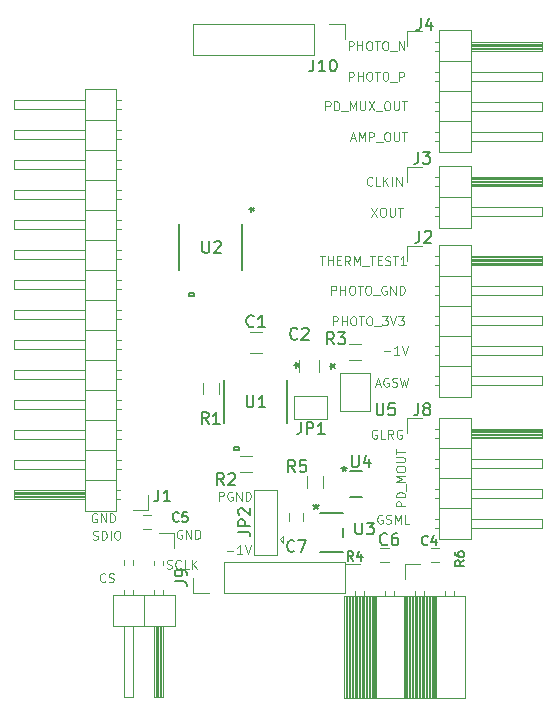
<source format=gto>
G04 #@! TF.GenerationSoftware,KiCad,Pcbnew,(5.1.6-0-10_14)*
G04 #@! TF.CreationDate,2021-04-27T13:26:49+09:00*
G04 #@! TF.ProjectId,qPCR-photosensing,71504352-2d70-4686-9f74-6f73656e7369,rev?*
G04 #@! TF.SameCoordinates,Original*
G04 #@! TF.FileFunction,Legend,Top*
G04 #@! TF.FilePolarity,Positive*
%FSLAX46Y46*%
G04 Gerber Fmt 4.6, Leading zero omitted, Abs format (unit mm)*
G04 Created by KiCad (PCBNEW (5.1.6-0-10_14)) date 2021-04-27 13:26:49*
%MOMM*%
%LPD*%
G01*
G04 APERTURE LIST*
%ADD10C,0.125000*%
%ADD11C,0.152400*%
%ADD12C,0.120000*%
%ADD13C,0.150000*%
G04 APERTURE END LIST*
D10*
X93970714Y-103479285D02*
X93970714Y-102729285D01*
X94256428Y-102729285D01*
X94327857Y-102765000D01*
X94363571Y-102800714D01*
X94399285Y-102872142D01*
X94399285Y-102979285D01*
X94363571Y-103050714D01*
X94327857Y-103086428D01*
X94256428Y-103122142D01*
X93970714Y-103122142D01*
X95113571Y-102765000D02*
X95042142Y-102729285D01*
X94935000Y-102729285D01*
X94827857Y-102765000D01*
X94756428Y-102836428D01*
X94720714Y-102907857D01*
X94685000Y-103050714D01*
X94685000Y-103157857D01*
X94720714Y-103300714D01*
X94756428Y-103372142D01*
X94827857Y-103443571D01*
X94935000Y-103479285D01*
X95006428Y-103479285D01*
X95113571Y-103443571D01*
X95149285Y-103407857D01*
X95149285Y-103157857D01*
X95006428Y-103157857D01*
X95470714Y-103479285D02*
X95470714Y-102729285D01*
X95899285Y-103479285D01*
X95899285Y-102729285D01*
X96256428Y-103479285D02*
X96256428Y-102729285D01*
X96435000Y-102729285D01*
X96542142Y-102765000D01*
X96613571Y-102836428D01*
X96649285Y-102907857D01*
X96685000Y-103050714D01*
X96685000Y-103157857D01*
X96649285Y-103300714D01*
X96613571Y-103372142D01*
X96542142Y-103443571D01*
X96435000Y-103479285D01*
X96256428Y-103479285D01*
X94645714Y-107723571D02*
X95217142Y-107723571D01*
X95967142Y-108009285D02*
X95538571Y-108009285D01*
X95752857Y-108009285D02*
X95752857Y-107259285D01*
X95681428Y-107366428D01*
X95610000Y-107437857D01*
X95538571Y-107473571D01*
X96181428Y-107259285D02*
X96431428Y-108009285D01*
X96681428Y-107259285D01*
X107807142Y-104725000D02*
X107735714Y-104689285D01*
X107628571Y-104689285D01*
X107521428Y-104725000D01*
X107450000Y-104796428D01*
X107414285Y-104867857D01*
X107378571Y-105010714D01*
X107378571Y-105117857D01*
X107414285Y-105260714D01*
X107450000Y-105332142D01*
X107521428Y-105403571D01*
X107628571Y-105439285D01*
X107700000Y-105439285D01*
X107807142Y-105403571D01*
X107842857Y-105367857D01*
X107842857Y-105117857D01*
X107700000Y-105117857D01*
X108128571Y-105403571D02*
X108235714Y-105439285D01*
X108414285Y-105439285D01*
X108485714Y-105403571D01*
X108521428Y-105367857D01*
X108557142Y-105296428D01*
X108557142Y-105225000D01*
X108521428Y-105153571D01*
X108485714Y-105117857D01*
X108414285Y-105082142D01*
X108271428Y-105046428D01*
X108200000Y-105010714D01*
X108164285Y-104975000D01*
X108128571Y-104903571D01*
X108128571Y-104832142D01*
X108164285Y-104760714D01*
X108200000Y-104725000D01*
X108271428Y-104689285D01*
X108450000Y-104689285D01*
X108557142Y-104725000D01*
X108878571Y-105439285D02*
X108878571Y-104689285D01*
X109128571Y-105225000D01*
X109378571Y-104689285D01*
X109378571Y-105439285D01*
X110092857Y-105439285D02*
X109735714Y-105439285D01*
X109735714Y-104689285D01*
X109739285Y-103957142D02*
X108989285Y-103957142D01*
X108989285Y-103671428D01*
X109025000Y-103600000D01*
X109060714Y-103564285D01*
X109132142Y-103528571D01*
X109239285Y-103528571D01*
X109310714Y-103564285D01*
X109346428Y-103600000D01*
X109382142Y-103671428D01*
X109382142Y-103957142D01*
X109739285Y-103207142D02*
X108989285Y-103207142D01*
X108989285Y-103028571D01*
X109025000Y-102921428D01*
X109096428Y-102850000D01*
X109167857Y-102814285D01*
X109310714Y-102778571D01*
X109417857Y-102778571D01*
X109560714Y-102814285D01*
X109632142Y-102850000D01*
X109703571Y-102921428D01*
X109739285Y-103028571D01*
X109739285Y-103207142D01*
X109810714Y-102635714D02*
X109810714Y-102064285D01*
X109739285Y-101885714D02*
X108989285Y-101885714D01*
X109525000Y-101635714D01*
X108989285Y-101385714D01*
X109739285Y-101385714D01*
X108989285Y-100885714D02*
X108989285Y-100742857D01*
X109025000Y-100671428D01*
X109096428Y-100600000D01*
X109239285Y-100564285D01*
X109489285Y-100564285D01*
X109632142Y-100600000D01*
X109703571Y-100671428D01*
X109739285Y-100742857D01*
X109739285Y-100885714D01*
X109703571Y-100957142D01*
X109632142Y-101028571D01*
X109489285Y-101064285D01*
X109239285Y-101064285D01*
X109096428Y-101028571D01*
X109025000Y-100957142D01*
X108989285Y-100885714D01*
X108989285Y-100242857D02*
X109596428Y-100242857D01*
X109667857Y-100207142D01*
X109703571Y-100171428D01*
X109739285Y-100100000D01*
X109739285Y-99957142D01*
X109703571Y-99885714D01*
X109667857Y-99850000D01*
X109596428Y-99814285D01*
X108989285Y-99814285D01*
X108989285Y-99564285D02*
X108989285Y-99135714D01*
X109739285Y-99350000D02*
X108989285Y-99350000D01*
X107342857Y-97525000D02*
X107271428Y-97489285D01*
X107164285Y-97489285D01*
X107057142Y-97525000D01*
X106985714Y-97596428D01*
X106950000Y-97667857D01*
X106914285Y-97810714D01*
X106914285Y-97917857D01*
X106950000Y-98060714D01*
X106985714Y-98132142D01*
X107057142Y-98203571D01*
X107164285Y-98239285D01*
X107235714Y-98239285D01*
X107342857Y-98203571D01*
X107378571Y-98167857D01*
X107378571Y-97917857D01*
X107235714Y-97917857D01*
X108057142Y-98239285D02*
X107700000Y-98239285D01*
X107700000Y-97489285D01*
X108735714Y-98239285D02*
X108485714Y-97882142D01*
X108307142Y-98239285D02*
X108307142Y-97489285D01*
X108592857Y-97489285D01*
X108664285Y-97525000D01*
X108700000Y-97560714D01*
X108735714Y-97632142D01*
X108735714Y-97739285D01*
X108700000Y-97810714D01*
X108664285Y-97846428D01*
X108592857Y-97882142D01*
X108307142Y-97882142D01*
X109450000Y-97525000D02*
X109378571Y-97489285D01*
X109271428Y-97489285D01*
X109164285Y-97525000D01*
X109092857Y-97596428D01*
X109057142Y-97667857D01*
X109021428Y-97810714D01*
X109021428Y-97917857D01*
X109057142Y-98060714D01*
X109092857Y-98132142D01*
X109164285Y-98203571D01*
X109271428Y-98239285D01*
X109342857Y-98239285D01*
X109450000Y-98203571D01*
X109485714Y-98167857D01*
X109485714Y-97917857D01*
X109342857Y-97917857D01*
X107260714Y-93625000D02*
X107617857Y-93625000D01*
X107189285Y-93839285D02*
X107439285Y-93089285D01*
X107689285Y-93839285D01*
X108332142Y-93125000D02*
X108260714Y-93089285D01*
X108153571Y-93089285D01*
X108046428Y-93125000D01*
X107975000Y-93196428D01*
X107939285Y-93267857D01*
X107903571Y-93410714D01*
X107903571Y-93517857D01*
X107939285Y-93660714D01*
X107975000Y-93732142D01*
X108046428Y-93803571D01*
X108153571Y-93839285D01*
X108225000Y-93839285D01*
X108332142Y-93803571D01*
X108367857Y-93767857D01*
X108367857Y-93517857D01*
X108225000Y-93517857D01*
X108653571Y-93803571D02*
X108760714Y-93839285D01*
X108939285Y-93839285D01*
X109010714Y-93803571D01*
X109046428Y-93767857D01*
X109082142Y-93696428D01*
X109082142Y-93625000D01*
X109046428Y-93553571D01*
X109010714Y-93517857D01*
X108939285Y-93482142D01*
X108796428Y-93446428D01*
X108725000Y-93410714D01*
X108689285Y-93375000D01*
X108653571Y-93303571D01*
X108653571Y-93232142D01*
X108689285Y-93160714D01*
X108725000Y-93125000D01*
X108796428Y-93089285D01*
X108975000Y-93089285D01*
X109082142Y-93125000D01*
X109332142Y-93089285D02*
X109510714Y-93839285D01*
X109653571Y-93303571D01*
X109796428Y-93839285D01*
X109975000Y-93089285D01*
X107935714Y-90853571D02*
X108507142Y-90853571D01*
X109257142Y-91139285D02*
X108828571Y-91139285D01*
X109042857Y-91139285D02*
X109042857Y-90389285D01*
X108971428Y-90496428D01*
X108900000Y-90567857D01*
X108828571Y-90603571D01*
X109471428Y-90389285D02*
X109721428Y-91139285D01*
X109971428Y-90389285D01*
X103617857Y-88639285D02*
X103617857Y-87889285D01*
X103903571Y-87889285D01*
X103975000Y-87925000D01*
X104010714Y-87960714D01*
X104046428Y-88032142D01*
X104046428Y-88139285D01*
X104010714Y-88210714D01*
X103975000Y-88246428D01*
X103903571Y-88282142D01*
X103617857Y-88282142D01*
X104367857Y-88639285D02*
X104367857Y-87889285D01*
X104367857Y-88246428D02*
X104796428Y-88246428D01*
X104796428Y-88639285D02*
X104796428Y-87889285D01*
X105296428Y-87889285D02*
X105439285Y-87889285D01*
X105510714Y-87925000D01*
X105582142Y-87996428D01*
X105617857Y-88139285D01*
X105617857Y-88389285D01*
X105582142Y-88532142D01*
X105510714Y-88603571D01*
X105439285Y-88639285D01*
X105296428Y-88639285D01*
X105225000Y-88603571D01*
X105153571Y-88532142D01*
X105117857Y-88389285D01*
X105117857Y-88139285D01*
X105153571Y-87996428D01*
X105225000Y-87925000D01*
X105296428Y-87889285D01*
X105832142Y-87889285D02*
X106260714Y-87889285D01*
X106046428Y-88639285D02*
X106046428Y-87889285D01*
X106653571Y-87889285D02*
X106796428Y-87889285D01*
X106867857Y-87925000D01*
X106939285Y-87996428D01*
X106975000Y-88139285D01*
X106975000Y-88389285D01*
X106939285Y-88532142D01*
X106867857Y-88603571D01*
X106796428Y-88639285D01*
X106653571Y-88639285D01*
X106582142Y-88603571D01*
X106510714Y-88532142D01*
X106475000Y-88389285D01*
X106475000Y-88139285D01*
X106510714Y-87996428D01*
X106582142Y-87925000D01*
X106653571Y-87889285D01*
X107117857Y-88710714D02*
X107689285Y-88710714D01*
X107796428Y-87889285D02*
X108260714Y-87889285D01*
X108010714Y-88175000D01*
X108117857Y-88175000D01*
X108189285Y-88210714D01*
X108225000Y-88246428D01*
X108260714Y-88317857D01*
X108260714Y-88496428D01*
X108225000Y-88567857D01*
X108189285Y-88603571D01*
X108117857Y-88639285D01*
X107903571Y-88639285D01*
X107832142Y-88603571D01*
X107796428Y-88567857D01*
X108475000Y-87889285D02*
X108725000Y-88639285D01*
X108975000Y-87889285D01*
X109153571Y-87889285D02*
X109617857Y-87889285D01*
X109367857Y-88175000D01*
X109475000Y-88175000D01*
X109546428Y-88210714D01*
X109582142Y-88246428D01*
X109617857Y-88317857D01*
X109617857Y-88496428D01*
X109582142Y-88567857D01*
X109546428Y-88603571D01*
X109475000Y-88639285D01*
X109260714Y-88639285D01*
X109189285Y-88603571D01*
X109153571Y-88567857D01*
X103510714Y-86039285D02*
X103510714Y-85289285D01*
X103796428Y-85289285D01*
X103867857Y-85325000D01*
X103903571Y-85360714D01*
X103939285Y-85432142D01*
X103939285Y-85539285D01*
X103903571Y-85610714D01*
X103867857Y-85646428D01*
X103796428Y-85682142D01*
X103510714Y-85682142D01*
X104260714Y-86039285D02*
X104260714Y-85289285D01*
X104260714Y-85646428D02*
X104689285Y-85646428D01*
X104689285Y-86039285D02*
X104689285Y-85289285D01*
X105189285Y-85289285D02*
X105332142Y-85289285D01*
X105403571Y-85325000D01*
X105475000Y-85396428D01*
X105510714Y-85539285D01*
X105510714Y-85789285D01*
X105475000Y-85932142D01*
X105403571Y-86003571D01*
X105332142Y-86039285D01*
X105189285Y-86039285D01*
X105117857Y-86003571D01*
X105046428Y-85932142D01*
X105010714Y-85789285D01*
X105010714Y-85539285D01*
X105046428Y-85396428D01*
X105117857Y-85325000D01*
X105189285Y-85289285D01*
X105725000Y-85289285D02*
X106153571Y-85289285D01*
X105939285Y-86039285D02*
X105939285Y-85289285D01*
X106546428Y-85289285D02*
X106689285Y-85289285D01*
X106760714Y-85325000D01*
X106832142Y-85396428D01*
X106867857Y-85539285D01*
X106867857Y-85789285D01*
X106832142Y-85932142D01*
X106760714Y-86003571D01*
X106689285Y-86039285D01*
X106546428Y-86039285D01*
X106475000Y-86003571D01*
X106403571Y-85932142D01*
X106367857Y-85789285D01*
X106367857Y-85539285D01*
X106403571Y-85396428D01*
X106475000Y-85325000D01*
X106546428Y-85289285D01*
X107010714Y-86110714D02*
X107582142Y-86110714D01*
X108153571Y-85325000D02*
X108082142Y-85289285D01*
X107975000Y-85289285D01*
X107867857Y-85325000D01*
X107796428Y-85396428D01*
X107760714Y-85467857D01*
X107725000Y-85610714D01*
X107725000Y-85717857D01*
X107760714Y-85860714D01*
X107796428Y-85932142D01*
X107867857Y-86003571D01*
X107975000Y-86039285D01*
X108046428Y-86039285D01*
X108153571Y-86003571D01*
X108189285Y-85967857D01*
X108189285Y-85717857D01*
X108046428Y-85717857D01*
X108510714Y-86039285D02*
X108510714Y-85289285D01*
X108939285Y-86039285D01*
X108939285Y-85289285D01*
X109296428Y-86039285D02*
X109296428Y-85289285D01*
X109475000Y-85289285D01*
X109582142Y-85325000D01*
X109653571Y-85396428D01*
X109689285Y-85467857D01*
X109725000Y-85610714D01*
X109725000Y-85717857D01*
X109689285Y-85860714D01*
X109653571Y-85932142D01*
X109582142Y-86003571D01*
X109475000Y-86039285D01*
X109296428Y-86039285D01*
X102539285Y-82789285D02*
X102967857Y-82789285D01*
X102753571Y-83539285D02*
X102753571Y-82789285D01*
X103217857Y-83539285D02*
X103217857Y-82789285D01*
X103217857Y-83146428D02*
X103646428Y-83146428D01*
X103646428Y-83539285D02*
X103646428Y-82789285D01*
X104003571Y-83146428D02*
X104253571Y-83146428D01*
X104360714Y-83539285D02*
X104003571Y-83539285D01*
X104003571Y-82789285D01*
X104360714Y-82789285D01*
X105110714Y-83539285D02*
X104860714Y-83182142D01*
X104682142Y-83539285D02*
X104682142Y-82789285D01*
X104967857Y-82789285D01*
X105039285Y-82825000D01*
X105075000Y-82860714D01*
X105110714Y-82932142D01*
X105110714Y-83039285D01*
X105075000Y-83110714D01*
X105039285Y-83146428D01*
X104967857Y-83182142D01*
X104682142Y-83182142D01*
X105432142Y-83539285D02*
X105432142Y-82789285D01*
X105682142Y-83325000D01*
X105932142Y-82789285D01*
X105932142Y-83539285D01*
X106110714Y-83610714D02*
X106682142Y-83610714D01*
X106753571Y-82789285D02*
X107182142Y-82789285D01*
X106967857Y-83539285D02*
X106967857Y-82789285D01*
X107432142Y-83146428D02*
X107682142Y-83146428D01*
X107789285Y-83539285D02*
X107432142Y-83539285D01*
X107432142Y-82789285D01*
X107789285Y-82789285D01*
X108075000Y-83503571D02*
X108182142Y-83539285D01*
X108360714Y-83539285D01*
X108432142Y-83503571D01*
X108467857Y-83467857D01*
X108503571Y-83396428D01*
X108503571Y-83325000D01*
X108467857Y-83253571D01*
X108432142Y-83217857D01*
X108360714Y-83182142D01*
X108217857Y-83146428D01*
X108146428Y-83110714D01*
X108110714Y-83075000D01*
X108075000Y-83003571D01*
X108075000Y-82932142D01*
X108110714Y-82860714D01*
X108146428Y-82825000D01*
X108217857Y-82789285D01*
X108396428Y-82789285D01*
X108503571Y-82825000D01*
X108717857Y-82789285D02*
X109146428Y-82789285D01*
X108932142Y-83539285D02*
X108932142Y-82789285D01*
X109789285Y-83539285D02*
X109360714Y-83539285D01*
X109575000Y-83539285D02*
X109575000Y-82789285D01*
X109503571Y-82896428D01*
X109432142Y-82967857D01*
X109360714Y-83003571D01*
X106878571Y-78689285D02*
X107378571Y-79439285D01*
X107378571Y-78689285D02*
X106878571Y-79439285D01*
X107807142Y-78689285D02*
X107950000Y-78689285D01*
X108021428Y-78725000D01*
X108092857Y-78796428D01*
X108128571Y-78939285D01*
X108128571Y-79189285D01*
X108092857Y-79332142D01*
X108021428Y-79403571D01*
X107950000Y-79439285D01*
X107807142Y-79439285D01*
X107735714Y-79403571D01*
X107664285Y-79332142D01*
X107628571Y-79189285D01*
X107628571Y-78939285D01*
X107664285Y-78796428D01*
X107735714Y-78725000D01*
X107807142Y-78689285D01*
X108450000Y-78689285D02*
X108450000Y-79296428D01*
X108485714Y-79367857D01*
X108521428Y-79403571D01*
X108592857Y-79439285D01*
X108735714Y-79439285D01*
X108807142Y-79403571D01*
X108842857Y-79367857D01*
X108878571Y-79296428D01*
X108878571Y-78689285D01*
X109128571Y-78689285D02*
X109557142Y-78689285D01*
X109342857Y-79439285D02*
X109342857Y-78689285D01*
X106982142Y-76767857D02*
X106946428Y-76803571D01*
X106839285Y-76839285D01*
X106767857Y-76839285D01*
X106660714Y-76803571D01*
X106589285Y-76732142D01*
X106553571Y-76660714D01*
X106517857Y-76517857D01*
X106517857Y-76410714D01*
X106553571Y-76267857D01*
X106589285Y-76196428D01*
X106660714Y-76125000D01*
X106767857Y-76089285D01*
X106839285Y-76089285D01*
X106946428Y-76125000D01*
X106982142Y-76160714D01*
X107660714Y-76839285D02*
X107303571Y-76839285D01*
X107303571Y-76089285D01*
X107910714Y-76839285D02*
X107910714Y-76089285D01*
X108339285Y-76839285D02*
X108017857Y-76410714D01*
X108339285Y-76089285D02*
X107910714Y-76517857D01*
X108660714Y-76839285D02*
X108660714Y-76089285D01*
X109017857Y-76839285D02*
X109017857Y-76089285D01*
X109446428Y-76839285D01*
X109446428Y-76089285D01*
X105160714Y-72825000D02*
X105517857Y-72825000D01*
X105089285Y-73039285D02*
X105339285Y-72289285D01*
X105589285Y-73039285D01*
X105839285Y-73039285D02*
X105839285Y-72289285D01*
X106089285Y-72825000D01*
X106339285Y-72289285D01*
X106339285Y-73039285D01*
X106696428Y-73039285D02*
X106696428Y-72289285D01*
X106982142Y-72289285D01*
X107053571Y-72325000D01*
X107089285Y-72360714D01*
X107125000Y-72432142D01*
X107125000Y-72539285D01*
X107089285Y-72610714D01*
X107053571Y-72646428D01*
X106982142Y-72682142D01*
X106696428Y-72682142D01*
X107267857Y-73110714D02*
X107839285Y-73110714D01*
X108160714Y-72289285D02*
X108303571Y-72289285D01*
X108375000Y-72325000D01*
X108446428Y-72396428D01*
X108482142Y-72539285D01*
X108482142Y-72789285D01*
X108446428Y-72932142D01*
X108375000Y-73003571D01*
X108303571Y-73039285D01*
X108160714Y-73039285D01*
X108089285Y-73003571D01*
X108017857Y-72932142D01*
X107982142Y-72789285D01*
X107982142Y-72539285D01*
X108017857Y-72396428D01*
X108089285Y-72325000D01*
X108160714Y-72289285D01*
X108803571Y-72289285D02*
X108803571Y-72896428D01*
X108839285Y-72967857D01*
X108875000Y-73003571D01*
X108946428Y-73039285D01*
X109089285Y-73039285D01*
X109160714Y-73003571D01*
X109196428Y-72967857D01*
X109232142Y-72896428D01*
X109232142Y-72289285D01*
X109482142Y-72289285D02*
X109910714Y-72289285D01*
X109696428Y-73039285D02*
X109696428Y-72289285D01*
X103007142Y-70439285D02*
X103007142Y-69689285D01*
X103292857Y-69689285D01*
X103364285Y-69725000D01*
X103400000Y-69760714D01*
X103435714Y-69832142D01*
X103435714Y-69939285D01*
X103400000Y-70010714D01*
X103364285Y-70046428D01*
X103292857Y-70082142D01*
X103007142Y-70082142D01*
X103757142Y-70439285D02*
X103757142Y-69689285D01*
X103935714Y-69689285D01*
X104042857Y-69725000D01*
X104114285Y-69796428D01*
X104150000Y-69867857D01*
X104185714Y-70010714D01*
X104185714Y-70117857D01*
X104150000Y-70260714D01*
X104114285Y-70332142D01*
X104042857Y-70403571D01*
X103935714Y-70439285D01*
X103757142Y-70439285D01*
X104328571Y-70510714D02*
X104900000Y-70510714D01*
X105078571Y-70439285D02*
X105078571Y-69689285D01*
X105328571Y-70225000D01*
X105578571Y-69689285D01*
X105578571Y-70439285D01*
X105935714Y-69689285D02*
X105935714Y-70296428D01*
X105971428Y-70367857D01*
X106007142Y-70403571D01*
X106078571Y-70439285D01*
X106221428Y-70439285D01*
X106292857Y-70403571D01*
X106328571Y-70367857D01*
X106364285Y-70296428D01*
X106364285Y-69689285D01*
X106650000Y-69689285D02*
X107150000Y-70439285D01*
X107150000Y-69689285D02*
X106650000Y-70439285D01*
X107257142Y-70510714D02*
X107828571Y-70510714D01*
X108150000Y-69689285D02*
X108292857Y-69689285D01*
X108364285Y-69725000D01*
X108435714Y-69796428D01*
X108471428Y-69939285D01*
X108471428Y-70189285D01*
X108435714Y-70332142D01*
X108364285Y-70403571D01*
X108292857Y-70439285D01*
X108150000Y-70439285D01*
X108078571Y-70403571D01*
X108007142Y-70332142D01*
X107971428Y-70189285D01*
X107971428Y-69939285D01*
X108007142Y-69796428D01*
X108078571Y-69725000D01*
X108150000Y-69689285D01*
X108792857Y-69689285D02*
X108792857Y-70296428D01*
X108828571Y-70367857D01*
X108864285Y-70403571D01*
X108935714Y-70439285D01*
X109078571Y-70439285D01*
X109150000Y-70403571D01*
X109185714Y-70367857D01*
X109221428Y-70296428D01*
X109221428Y-69689285D01*
X109471428Y-69689285D02*
X109900000Y-69689285D01*
X109685714Y-70439285D02*
X109685714Y-69689285D01*
X104978571Y-67939285D02*
X104978571Y-67189285D01*
X105264285Y-67189285D01*
X105335714Y-67225000D01*
X105371428Y-67260714D01*
X105407142Y-67332142D01*
X105407142Y-67439285D01*
X105371428Y-67510714D01*
X105335714Y-67546428D01*
X105264285Y-67582142D01*
X104978571Y-67582142D01*
X105728571Y-67939285D02*
X105728571Y-67189285D01*
X105728571Y-67546428D02*
X106157142Y-67546428D01*
X106157142Y-67939285D02*
X106157142Y-67189285D01*
X106657142Y-67189285D02*
X106800000Y-67189285D01*
X106871428Y-67225000D01*
X106942857Y-67296428D01*
X106978571Y-67439285D01*
X106978571Y-67689285D01*
X106942857Y-67832142D01*
X106871428Y-67903571D01*
X106800000Y-67939285D01*
X106657142Y-67939285D01*
X106585714Y-67903571D01*
X106514285Y-67832142D01*
X106478571Y-67689285D01*
X106478571Y-67439285D01*
X106514285Y-67296428D01*
X106585714Y-67225000D01*
X106657142Y-67189285D01*
X107192857Y-67189285D02*
X107621428Y-67189285D01*
X107407142Y-67939285D02*
X107407142Y-67189285D01*
X108014285Y-67189285D02*
X108157142Y-67189285D01*
X108228571Y-67225000D01*
X108300000Y-67296428D01*
X108335714Y-67439285D01*
X108335714Y-67689285D01*
X108300000Y-67832142D01*
X108228571Y-67903571D01*
X108157142Y-67939285D01*
X108014285Y-67939285D01*
X107942857Y-67903571D01*
X107871428Y-67832142D01*
X107835714Y-67689285D01*
X107835714Y-67439285D01*
X107871428Y-67296428D01*
X107942857Y-67225000D01*
X108014285Y-67189285D01*
X108478571Y-68010714D02*
X109050000Y-68010714D01*
X109228571Y-67939285D02*
X109228571Y-67189285D01*
X109514285Y-67189285D01*
X109585714Y-67225000D01*
X109621428Y-67260714D01*
X109657142Y-67332142D01*
X109657142Y-67439285D01*
X109621428Y-67510714D01*
X109585714Y-67546428D01*
X109514285Y-67582142D01*
X109228571Y-67582142D01*
X104960714Y-65339285D02*
X104960714Y-64589285D01*
X105246428Y-64589285D01*
X105317857Y-64625000D01*
X105353571Y-64660714D01*
X105389285Y-64732142D01*
X105389285Y-64839285D01*
X105353571Y-64910714D01*
X105317857Y-64946428D01*
X105246428Y-64982142D01*
X104960714Y-64982142D01*
X105710714Y-65339285D02*
X105710714Y-64589285D01*
X105710714Y-64946428D02*
X106139285Y-64946428D01*
X106139285Y-65339285D02*
X106139285Y-64589285D01*
X106639285Y-64589285D02*
X106782142Y-64589285D01*
X106853571Y-64625000D01*
X106925000Y-64696428D01*
X106960714Y-64839285D01*
X106960714Y-65089285D01*
X106925000Y-65232142D01*
X106853571Y-65303571D01*
X106782142Y-65339285D01*
X106639285Y-65339285D01*
X106567857Y-65303571D01*
X106496428Y-65232142D01*
X106460714Y-65089285D01*
X106460714Y-64839285D01*
X106496428Y-64696428D01*
X106567857Y-64625000D01*
X106639285Y-64589285D01*
X107175000Y-64589285D02*
X107603571Y-64589285D01*
X107389285Y-65339285D02*
X107389285Y-64589285D01*
X107996428Y-64589285D02*
X108139285Y-64589285D01*
X108210714Y-64625000D01*
X108282142Y-64696428D01*
X108317857Y-64839285D01*
X108317857Y-65089285D01*
X108282142Y-65232142D01*
X108210714Y-65303571D01*
X108139285Y-65339285D01*
X107996428Y-65339285D01*
X107925000Y-65303571D01*
X107853571Y-65232142D01*
X107817857Y-65089285D01*
X107817857Y-64839285D01*
X107853571Y-64696428D01*
X107925000Y-64625000D01*
X107996428Y-64589285D01*
X108460714Y-65410714D02*
X109032142Y-65410714D01*
X109210714Y-65339285D02*
X109210714Y-64589285D01*
X109639285Y-65339285D01*
X109639285Y-64589285D01*
X83628571Y-104615000D02*
X83557142Y-104579285D01*
X83450000Y-104579285D01*
X83342857Y-104615000D01*
X83271428Y-104686428D01*
X83235714Y-104757857D01*
X83200000Y-104900714D01*
X83200000Y-105007857D01*
X83235714Y-105150714D01*
X83271428Y-105222142D01*
X83342857Y-105293571D01*
X83450000Y-105329285D01*
X83521428Y-105329285D01*
X83628571Y-105293571D01*
X83664285Y-105257857D01*
X83664285Y-105007857D01*
X83521428Y-105007857D01*
X83985714Y-105329285D02*
X83985714Y-104579285D01*
X84414285Y-105329285D01*
X84414285Y-104579285D01*
X84771428Y-105329285D02*
X84771428Y-104579285D01*
X84950000Y-104579285D01*
X85057142Y-104615000D01*
X85128571Y-104686428D01*
X85164285Y-104757857D01*
X85200000Y-104900714D01*
X85200000Y-105007857D01*
X85164285Y-105150714D01*
X85128571Y-105222142D01*
X85057142Y-105293571D01*
X84950000Y-105329285D01*
X84771428Y-105329285D01*
X89582142Y-109233571D02*
X89689285Y-109269285D01*
X89867857Y-109269285D01*
X89939285Y-109233571D01*
X89975000Y-109197857D01*
X90010714Y-109126428D01*
X90010714Y-109055000D01*
X89975000Y-108983571D01*
X89939285Y-108947857D01*
X89867857Y-108912142D01*
X89725000Y-108876428D01*
X89653571Y-108840714D01*
X89617857Y-108805000D01*
X89582142Y-108733571D01*
X89582142Y-108662142D01*
X89617857Y-108590714D01*
X89653571Y-108555000D01*
X89725000Y-108519285D01*
X89903571Y-108519285D01*
X90010714Y-108555000D01*
X90760714Y-109197857D02*
X90725000Y-109233571D01*
X90617857Y-109269285D01*
X90546428Y-109269285D01*
X90439285Y-109233571D01*
X90367857Y-109162142D01*
X90332142Y-109090714D01*
X90296428Y-108947857D01*
X90296428Y-108840714D01*
X90332142Y-108697857D01*
X90367857Y-108626428D01*
X90439285Y-108555000D01*
X90546428Y-108519285D01*
X90617857Y-108519285D01*
X90725000Y-108555000D01*
X90760714Y-108590714D01*
X91439285Y-109269285D02*
X91082142Y-109269285D01*
X91082142Y-108519285D01*
X91689285Y-109269285D02*
X91689285Y-108519285D01*
X92117857Y-109269285D02*
X91796428Y-108840714D01*
X92117857Y-108519285D02*
X91689285Y-108947857D01*
X84365000Y-110307857D02*
X84329285Y-110343571D01*
X84222142Y-110379285D01*
X84150714Y-110379285D01*
X84043571Y-110343571D01*
X83972142Y-110272142D01*
X83936428Y-110200714D01*
X83900714Y-110057857D01*
X83900714Y-109950714D01*
X83936428Y-109807857D01*
X83972142Y-109736428D01*
X84043571Y-109665000D01*
X84150714Y-109629285D01*
X84222142Y-109629285D01*
X84329285Y-109665000D01*
X84365000Y-109700714D01*
X84650714Y-110343571D02*
X84757857Y-110379285D01*
X84936428Y-110379285D01*
X85007857Y-110343571D01*
X85043571Y-110307857D01*
X85079285Y-110236428D01*
X85079285Y-110165000D01*
X85043571Y-110093571D01*
X85007857Y-110057857D01*
X84936428Y-110022142D01*
X84793571Y-109986428D01*
X84722142Y-109950714D01*
X84686428Y-109915000D01*
X84650714Y-109843571D01*
X84650714Y-109772142D01*
X84686428Y-109700714D01*
X84722142Y-109665000D01*
X84793571Y-109629285D01*
X84972142Y-109629285D01*
X85079285Y-109665000D01*
X83319285Y-106763571D02*
X83426428Y-106799285D01*
X83605000Y-106799285D01*
X83676428Y-106763571D01*
X83712142Y-106727857D01*
X83747857Y-106656428D01*
X83747857Y-106585000D01*
X83712142Y-106513571D01*
X83676428Y-106477857D01*
X83605000Y-106442142D01*
X83462142Y-106406428D01*
X83390714Y-106370714D01*
X83355000Y-106335000D01*
X83319285Y-106263571D01*
X83319285Y-106192142D01*
X83355000Y-106120714D01*
X83390714Y-106085000D01*
X83462142Y-106049285D01*
X83640714Y-106049285D01*
X83747857Y-106085000D01*
X84069285Y-106799285D02*
X84069285Y-106049285D01*
X84247857Y-106049285D01*
X84355000Y-106085000D01*
X84426428Y-106156428D01*
X84462142Y-106227857D01*
X84497857Y-106370714D01*
X84497857Y-106477857D01*
X84462142Y-106620714D01*
X84426428Y-106692142D01*
X84355000Y-106763571D01*
X84247857Y-106799285D01*
X84069285Y-106799285D01*
X84819285Y-106799285D02*
X84819285Y-106049285D01*
X85319285Y-106049285D02*
X85462142Y-106049285D01*
X85533571Y-106085000D01*
X85605000Y-106156428D01*
X85640714Y-106299285D01*
X85640714Y-106549285D01*
X85605000Y-106692142D01*
X85533571Y-106763571D01*
X85462142Y-106799285D01*
X85319285Y-106799285D01*
X85247857Y-106763571D01*
X85176428Y-106692142D01*
X85140714Y-106549285D01*
X85140714Y-106299285D01*
X85176428Y-106156428D01*
X85247857Y-106085000D01*
X85319285Y-106049285D01*
X90848571Y-106015000D02*
X90777142Y-105979285D01*
X90670000Y-105979285D01*
X90562857Y-106015000D01*
X90491428Y-106086428D01*
X90455714Y-106157857D01*
X90420000Y-106300714D01*
X90420000Y-106407857D01*
X90455714Y-106550714D01*
X90491428Y-106622142D01*
X90562857Y-106693571D01*
X90670000Y-106729285D01*
X90741428Y-106729285D01*
X90848571Y-106693571D01*
X90884285Y-106657857D01*
X90884285Y-106407857D01*
X90741428Y-106407857D01*
X91205714Y-106729285D02*
X91205714Y-105979285D01*
X91634285Y-106729285D01*
X91634285Y-105979285D01*
X91991428Y-106729285D02*
X91991428Y-105979285D01*
X92170000Y-105979285D01*
X92277142Y-106015000D01*
X92348571Y-106086428D01*
X92384285Y-106157857D01*
X92420000Y-106300714D01*
X92420000Y-106407857D01*
X92384285Y-106550714D01*
X92348571Y-106622142D01*
X92277142Y-106693571D01*
X92170000Y-106729285D01*
X91991428Y-106729285D01*
D11*
X91865499Y-85911600D02*
X91865499Y-86165600D01*
X91484499Y-85911600D02*
X91865499Y-85911600D01*
X91484499Y-86165600D02*
X91484499Y-85911600D01*
X91865499Y-86165600D02*
X91484499Y-86165600D01*
X95979700Y-83941024D02*
X95979700Y-80058976D01*
X90620300Y-80058976D02*
X90620300Y-83941024D01*
D12*
X97600000Y-89250000D02*
X96600000Y-89250000D01*
X96600000Y-90950000D02*
X97600000Y-90950000D01*
X111950000Y-107500000D02*
X112650000Y-107500000D01*
X112650000Y-108700000D02*
X111950000Y-108700000D01*
X88250000Y-105900000D02*
X87550000Y-105900000D01*
X87550000Y-104700000D02*
X88250000Y-104700000D01*
X107650000Y-107500000D02*
X108350000Y-107500000D01*
X108350000Y-108700000D02*
X107650000Y-108700000D01*
X99900000Y-105250000D02*
X99900000Y-104550000D01*
X101100000Y-104550000D02*
X101100000Y-105250000D01*
X92620000Y-94500000D02*
X92620000Y-93500000D01*
X93980000Y-93500000D02*
X93980000Y-94500000D01*
X95800000Y-99720000D02*
X96800000Y-99720000D01*
X96800000Y-101080000D02*
X95800000Y-101080000D01*
X106000000Y-91580000D02*
X105000000Y-91580000D01*
X105000000Y-90220000D02*
X106000000Y-90220000D01*
D11*
X95665499Y-98910000D02*
X95665499Y-99164000D01*
X95284499Y-98910000D02*
X95665499Y-98910000D01*
X95284499Y-99164000D02*
X95284499Y-98910000D01*
X95665499Y-99164000D02*
X95284499Y-99164000D01*
X99779700Y-96939424D02*
X99779700Y-93260576D01*
X94420300Y-93260576D02*
X94420300Y-96939424D01*
D12*
X85290000Y-104330000D02*
X85290000Y-68650000D01*
X85290000Y-68650000D02*
X82630000Y-68650000D01*
X82630000Y-68650000D02*
X82630000Y-104330000D01*
X82630000Y-104330000D02*
X85290000Y-104330000D01*
X82630000Y-103380000D02*
X76630000Y-103380000D01*
X76630000Y-103380000D02*
X76630000Y-102620000D01*
X76630000Y-102620000D02*
X82630000Y-102620000D01*
X82630000Y-103320000D02*
X76630000Y-103320000D01*
X82630000Y-103200000D02*
X76630000Y-103200000D01*
X82630000Y-103080000D02*
X76630000Y-103080000D01*
X82630000Y-102960000D02*
X76630000Y-102960000D01*
X82630000Y-102840000D02*
X76630000Y-102840000D01*
X82630000Y-102720000D02*
X76630000Y-102720000D01*
X85620000Y-103380000D02*
X85290000Y-103380000D01*
X85620000Y-102620000D02*
X85290000Y-102620000D01*
X85290000Y-101730000D02*
X82630000Y-101730000D01*
X82630000Y-100840000D02*
X76630000Y-100840000D01*
X76630000Y-100840000D02*
X76630000Y-100080000D01*
X76630000Y-100080000D02*
X82630000Y-100080000D01*
X85687071Y-100840000D02*
X85290000Y-100840000D01*
X85687071Y-100080000D02*
X85290000Y-100080000D01*
X85290000Y-99190000D02*
X82630000Y-99190000D01*
X82630000Y-98300000D02*
X76630000Y-98300000D01*
X76630000Y-98300000D02*
X76630000Y-97540000D01*
X76630000Y-97540000D02*
X82630000Y-97540000D01*
X85687071Y-98300000D02*
X85290000Y-98300000D01*
X85687071Y-97540000D02*
X85290000Y-97540000D01*
X85290000Y-96650000D02*
X82630000Y-96650000D01*
X82630000Y-95760000D02*
X76630000Y-95760000D01*
X76630000Y-95760000D02*
X76630000Y-95000000D01*
X76630000Y-95000000D02*
X82630000Y-95000000D01*
X85687071Y-95760000D02*
X85290000Y-95760000D01*
X85687071Y-95000000D02*
X85290000Y-95000000D01*
X85290000Y-94110000D02*
X82630000Y-94110000D01*
X82630000Y-93220000D02*
X76630000Y-93220000D01*
X76630000Y-93220000D02*
X76630000Y-92460000D01*
X76630000Y-92460000D02*
X82630000Y-92460000D01*
X85687071Y-93220000D02*
X85290000Y-93220000D01*
X85687071Y-92460000D02*
X85290000Y-92460000D01*
X85290000Y-91570000D02*
X82630000Y-91570000D01*
X82630000Y-90680000D02*
X76630000Y-90680000D01*
X76630000Y-90680000D02*
X76630000Y-89920000D01*
X76630000Y-89920000D02*
X82630000Y-89920000D01*
X85687071Y-90680000D02*
X85290000Y-90680000D01*
X85687071Y-89920000D02*
X85290000Y-89920000D01*
X85290000Y-89030000D02*
X82630000Y-89030000D01*
X82630000Y-88140000D02*
X76630000Y-88140000D01*
X76630000Y-88140000D02*
X76630000Y-87380000D01*
X76630000Y-87380000D02*
X82630000Y-87380000D01*
X85687071Y-88140000D02*
X85290000Y-88140000D01*
X85687071Y-87380000D02*
X85290000Y-87380000D01*
X85290000Y-86490000D02*
X82630000Y-86490000D01*
X82630000Y-85600000D02*
X76630000Y-85600000D01*
X76630000Y-85600000D02*
X76630000Y-84840000D01*
X76630000Y-84840000D02*
X82630000Y-84840000D01*
X85687071Y-85600000D02*
X85290000Y-85600000D01*
X85687071Y-84840000D02*
X85290000Y-84840000D01*
X85290000Y-83950000D02*
X82630000Y-83950000D01*
X82630000Y-83060000D02*
X76630000Y-83060000D01*
X76630000Y-83060000D02*
X76630000Y-82300000D01*
X76630000Y-82300000D02*
X82630000Y-82300000D01*
X85687071Y-83060000D02*
X85290000Y-83060000D01*
X85687071Y-82300000D02*
X85290000Y-82300000D01*
X85290000Y-81410000D02*
X82630000Y-81410000D01*
X82630000Y-80520000D02*
X76630000Y-80520000D01*
X76630000Y-80520000D02*
X76630000Y-79760000D01*
X76630000Y-79760000D02*
X82630000Y-79760000D01*
X85687071Y-80520000D02*
X85290000Y-80520000D01*
X85687071Y-79760000D02*
X85290000Y-79760000D01*
X85290000Y-78870000D02*
X82630000Y-78870000D01*
X82630000Y-77980000D02*
X76630000Y-77980000D01*
X76630000Y-77980000D02*
X76630000Y-77220000D01*
X76630000Y-77220000D02*
X82630000Y-77220000D01*
X85687071Y-77980000D02*
X85290000Y-77980000D01*
X85687071Y-77220000D02*
X85290000Y-77220000D01*
X85290000Y-76330000D02*
X82630000Y-76330000D01*
X82630000Y-75440000D02*
X76630000Y-75440000D01*
X76630000Y-75440000D02*
X76630000Y-74680000D01*
X76630000Y-74680000D02*
X82630000Y-74680000D01*
X85687071Y-75440000D02*
X85290000Y-75440000D01*
X85687071Y-74680000D02*
X85290000Y-74680000D01*
X85290000Y-73790000D02*
X82630000Y-73790000D01*
X82630000Y-72900000D02*
X76630000Y-72900000D01*
X76630000Y-72900000D02*
X76630000Y-72140000D01*
X76630000Y-72140000D02*
X82630000Y-72140000D01*
X85687071Y-72900000D02*
X85290000Y-72900000D01*
X85687071Y-72140000D02*
X85290000Y-72140000D01*
X85290000Y-71250000D02*
X82630000Y-71250000D01*
X82630000Y-70360000D02*
X76630000Y-70360000D01*
X76630000Y-70360000D02*
X76630000Y-69600000D01*
X76630000Y-69600000D02*
X82630000Y-69600000D01*
X85687071Y-70360000D02*
X85290000Y-70360000D01*
X85687071Y-69600000D02*
X85290000Y-69600000D01*
X88000000Y-103000000D02*
X88000000Y-104270000D01*
X88000000Y-104270000D02*
X86730000Y-104270000D01*
X109710000Y-108860000D02*
X110980000Y-108860000D01*
X109710000Y-110130000D02*
X109710000Y-108860000D01*
X113900000Y-111160000D02*
X113900000Y-111590000D01*
X113140000Y-111160000D02*
X113140000Y-111590000D01*
X112250000Y-120220000D02*
X112250000Y-111590000D01*
X114850000Y-120220000D02*
X112250000Y-120220000D01*
X114850000Y-111590000D02*
X114850000Y-120220000D01*
X112250000Y-111590000D02*
X114850000Y-111590000D01*
X112350000Y-111590000D02*
X112350000Y-120220000D01*
X112230000Y-111590000D02*
X112230000Y-120220000D01*
X112110000Y-111590000D02*
X112110000Y-120220000D01*
X111990000Y-111590000D02*
X111990000Y-120220000D01*
X111870000Y-111590000D02*
X111870000Y-120220000D01*
X111750000Y-111590000D02*
X111750000Y-120220000D01*
X111630000Y-111590000D02*
X111630000Y-120220000D01*
X111510000Y-111590000D02*
X111510000Y-120220000D01*
X111390000Y-111590000D02*
X111390000Y-120220000D01*
X111270000Y-111590000D02*
X111270000Y-120220000D01*
X111150000Y-111590000D02*
X111150000Y-120220000D01*
X111030000Y-111590000D02*
X111030000Y-120220000D01*
X110910000Y-111590000D02*
X110910000Y-120220000D01*
X110790000Y-111590000D02*
X110790000Y-120220000D01*
X110670000Y-111590000D02*
X110670000Y-120220000D01*
X110550000Y-111590000D02*
X110550000Y-120220000D01*
X110430000Y-111590000D02*
X110430000Y-120220000D01*
X110310000Y-111590000D02*
X110310000Y-120220000D01*
X110190000Y-111590000D02*
X110190000Y-120220000D01*
X110070000Y-111590000D02*
X110070000Y-120220000D01*
X109950000Y-111590000D02*
X109950000Y-120220000D01*
X109830000Y-111590000D02*
X109830000Y-120220000D01*
X111360000Y-111160000D02*
X111360000Y-111590000D01*
X110600000Y-111160000D02*
X110600000Y-111590000D01*
X109650000Y-120220000D02*
X109650000Y-111590000D01*
X112250000Y-120220000D02*
X109650000Y-120220000D01*
X112250000Y-111590000D02*
X112250000Y-120220000D01*
X109650000Y-111590000D02*
X112250000Y-111590000D01*
X90230000Y-111440000D02*
X85030000Y-111440000D01*
X85030000Y-111440000D02*
X85030000Y-114100000D01*
X85030000Y-114100000D02*
X90230000Y-114100000D01*
X90230000Y-114100000D02*
X90230000Y-111440000D01*
X89280000Y-114100000D02*
X89280000Y-120100000D01*
X89280000Y-120100000D02*
X88520000Y-120100000D01*
X88520000Y-120100000D02*
X88520000Y-114100000D01*
X89220000Y-114100000D02*
X89220000Y-120100000D01*
X89100000Y-114100000D02*
X89100000Y-120100000D01*
X88980000Y-114100000D02*
X88980000Y-120100000D01*
X88860000Y-114100000D02*
X88860000Y-120100000D01*
X88740000Y-114100000D02*
X88740000Y-120100000D01*
X88620000Y-114100000D02*
X88620000Y-120100000D01*
X89280000Y-111042929D02*
X89280000Y-111440000D01*
X88520000Y-111042929D02*
X88520000Y-111440000D01*
X89280000Y-108570000D02*
X89280000Y-108957071D01*
X88520000Y-108570000D02*
X88520000Y-108957071D01*
X87630000Y-111440000D02*
X87630000Y-114100000D01*
X86740000Y-114100000D02*
X86740000Y-120100000D01*
X86740000Y-120100000D02*
X85980000Y-120100000D01*
X85980000Y-120100000D02*
X85980000Y-114100000D01*
X86740000Y-111042929D02*
X86740000Y-111440000D01*
X85980000Y-111042929D02*
X85980000Y-111440000D01*
X86740000Y-108502929D02*
X86740000Y-108957071D01*
X85980000Y-108502929D02*
X85980000Y-108957071D01*
X88900000Y-106190000D02*
X90170000Y-106190000D01*
X90170000Y-106190000D02*
X90170000Y-107460000D01*
X102450000Y-92600000D02*
X102450000Y-91600000D01*
X100750000Y-91600000D02*
X100750000Y-92600000D01*
X112640000Y-81870000D02*
X112640000Y-94690000D01*
X112640000Y-94690000D02*
X115300000Y-94690000D01*
X115300000Y-94690000D02*
X115300000Y-81870000D01*
X115300000Y-81870000D02*
X112640000Y-81870000D01*
X115300000Y-82820000D02*
X121300000Y-82820000D01*
X121300000Y-82820000D02*
X121300000Y-83580000D01*
X121300000Y-83580000D02*
X115300000Y-83580000D01*
X115300000Y-82880000D02*
X121300000Y-82880000D01*
X115300000Y-83000000D02*
X121300000Y-83000000D01*
X115300000Y-83120000D02*
X121300000Y-83120000D01*
X115300000Y-83240000D02*
X121300000Y-83240000D01*
X115300000Y-83360000D02*
X121300000Y-83360000D01*
X115300000Y-83480000D02*
X121300000Y-83480000D01*
X112310000Y-82820000D02*
X112640000Y-82820000D01*
X112310000Y-83580000D02*
X112640000Y-83580000D01*
X112640000Y-84470000D02*
X115300000Y-84470000D01*
X115300000Y-85360000D02*
X121300000Y-85360000D01*
X121300000Y-85360000D02*
X121300000Y-86120000D01*
X121300000Y-86120000D02*
X115300000Y-86120000D01*
X112242929Y-85360000D02*
X112640000Y-85360000D01*
X112242929Y-86120000D02*
X112640000Y-86120000D01*
X112640000Y-87010000D02*
X115300000Y-87010000D01*
X115300000Y-87900000D02*
X121300000Y-87900000D01*
X121300000Y-87900000D02*
X121300000Y-88660000D01*
X121300000Y-88660000D02*
X115300000Y-88660000D01*
X112242929Y-87900000D02*
X112640000Y-87900000D01*
X112242929Y-88660000D02*
X112640000Y-88660000D01*
X112640000Y-89550000D02*
X115300000Y-89550000D01*
X115300000Y-90440000D02*
X121300000Y-90440000D01*
X121300000Y-90440000D02*
X121300000Y-91200000D01*
X121300000Y-91200000D02*
X115300000Y-91200000D01*
X112242929Y-90440000D02*
X112640000Y-90440000D01*
X112242929Y-91200000D02*
X112640000Y-91200000D01*
X112640000Y-92090000D02*
X115300000Y-92090000D01*
X115300000Y-92980000D02*
X121300000Y-92980000D01*
X121300000Y-92980000D02*
X121300000Y-93740000D01*
X121300000Y-93740000D02*
X115300000Y-93740000D01*
X112242929Y-92980000D02*
X112640000Y-92980000D01*
X112242929Y-93740000D02*
X112640000Y-93740000D01*
X109930000Y-83200000D02*
X109930000Y-81930000D01*
X109930000Y-81930000D02*
X111200000Y-81930000D01*
X112640000Y-75170000D02*
X112640000Y-80370000D01*
X112640000Y-80370000D02*
X115300000Y-80370000D01*
X115300000Y-80370000D02*
X115300000Y-75170000D01*
X115300000Y-75170000D02*
X112640000Y-75170000D01*
X115300000Y-76120000D02*
X121300000Y-76120000D01*
X121300000Y-76120000D02*
X121300000Y-76880000D01*
X121300000Y-76880000D02*
X115300000Y-76880000D01*
X115300000Y-76180000D02*
X121300000Y-76180000D01*
X115300000Y-76300000D02*
X121300000Y-76300000D01*
X115300000Y-76420000D02*
X121300000Y-76420000D01*
X115300000Y-76540000D02*
X121300000Y-76540000D01*
X115300000Y-76660000D02*
X121300000Y-76660000D01*
X115300000Y-76780000D02*
X121300000Y-76780000D01*
X112310000Y-76120000D02*
X112640000Y-76120000D01*
X112310000Y-76880000D02*
X112640000Y-76880000D01*
X112640000Y-77770000D02*
X115300000Y-77770000D01*
X115300000Y-78660000D02*
X121300000Y-78660000D01*
X121300000Y-78660000D02*
X121300000Y-79420000D01*
X121300000Y-79420000D02*
X115300000Y-79420000D01*
X112242929Y-78660000D02*
X112640000Y-78660000D01*
X112242929Y-79420000D02*
X112640000Y-79420000D01*
X109930000Y-76500000D02*
X109930000Y-75230000D01*
X109930000Y-75230000D02*
X111200000Y-75230000D01*
X112640000Y-96470000D02*
X112640000Y-106750000D01*
X112640000Y-106750000D02*
X115300000Y-106750000D01*
X115300000Y-106750000D02*
X115300000Y-96470000D01*
X115300000Y-96470000D02*
X112640000Y-96470000D01*
X115300000Y-97420000D02*
X121300000Y-97420000D01*
X121300000Y-97420000D02*
X121300000Y-98180000D01*
X121300000Y-98180000D02*
X115300000Y-98180000D01*
X115300000Y-97480000D02*
X121300000Y-97480000D01*
X115300000Y-97600000D02*
X121300000Y-97600000D01*
X115300000Y-97720000D02*
X121300000Y-97720000D01*
X115300000Y-97840000D02*
X121300000Y-97840000D01*
X115300000Y-97960000D02*
X121300000Y-97960000D01*
X115300000Y-98080000D02*
X121300000Y-98080000D01*
X112310000Y-97420000D02*
X112640000Y-97420000D01*
X112310000Y-98180000D02*
X112640000Y-98180000D01*
X112640000Y-99070000D02*
X115300000Y-99070000D01*
X115300000Y-99960000D02*
X121300000Y-99960000D01*
X121300000Y-99960000D02*
X121300000Y-100720000D01*
X121300000Y-100720000D02*
X115300000Y-100720000D01*
X112242929Y-99960000D02*
X112640000Y-99960000D01*
X112242929Y-100720000D02*
X112640000Y-100720000D01*
X112640000Y-101610000D02*
X115300000Y-101610000D01*
X115300000Y-102500000D02*
X121300000Y-102500000D01*
X121300000Y-102500000D02*
X121300000Y-103260000D01*
X121300000Y-103260000D02*
X115300000Y-103260000D01*
X112242929Y-102500000D02*
X112640000Y-102500000D01*
X112242929Y-103260000D02*
X112640000Y-103260000D01*
X112640000Y-104150000D02*
X115300000Y-104150000D01*
X115300000Y-105040000D02*
X121300000Y-105040000D01*
X121300000Y-105040000D02*
X121300000Y-105800000D01*
X121300000Y-105800000D02*
X115300000Y-105800000D01*
X112242929Y-105040000D02*
X112640000Y-105040000D01*
X112242929Y-105800000D02*
X112640000Y-105800000D01*
X109930000Y-97800000D02*
X109930000Y-96530000D01*
X109930000Y-96530000D02*
X111200000Y-96530000D01*
X104628000Y-111330000D02*
X104628000Y-108670000D01*
X94408000Y-111330000D02*
X104628000Y-111330000D01*
X94408000Y-108670000D02*
X104628000Y-108670000D01*
X94408000Y-111330000D02*
X94408000Y-108670000D01*
X93138000Y-111330000D02*
X91808000Y-111330000D01*
X91808000Y-111330000D02*
X91808000Y-110000000D01*
X104628000Y-63110000D02*
X104628000Y-64440000D01*
X103298000Y-63110000D02*
X104628000Y-63110000D01*
X102028000Y-63110000D02*
X102028000Y-65770000D01*
X102028000Y-65770000D02*
X91808000Y-65770000D01*
X102028000Y-63110000D02*
X91808000Y-63110000D01*
X91808000Y-63110000D02*
X91808000Y-65770000D01*
X104630000Y-108860000D02*
X105900000Y-108860000D01*
X104630000Y-110130000D02*
X104630000Y-108860000D01*
X108820000Y-111160000D02*
X108820000Y-111590000D01*
X108060000Y-111160000D02*
X108060000Y-111590000D01*
X107170000Y-120220000D02*
X107170000Y-111590000D01*
X109770000Y-120220000D02*
X107170000Y-120220000D01*
X109770000Y-111590000D02*
X109770000Y-120220000D01*
X107170000Y-111590000D02*
X109770000Y-111590000D01*
X107270000Y-111590000D02*
X107270000Y-120220000D01*
X107150000Y-111590000D02*
X107150000Y-120220000D01*
X107030000Y-111590000D02*
X107030000Y-120220000D01*
X106910000Y-111590000D02*
X106910000Y-120220000D01*
X106790000Y-111590000D02*
X106790000Y-120220000D01*
X106670000Y-111590000D02*
X106670000Y-120220000D01*
X106550000Y-111590000D02*
X106550000Y-120220000D01*
X106430000Y-111590000D02*
X106430000Y-120220000D01*
X106310000Y-111590000D02*
X106310000Y-120220000D01*
X106190000Y-111590000D02*
X106190000Y-120220000D01*
X106070000Y-111590000D02*
X106070000Y-120220000D01*
X105950000Y-111590000D02*
X105950000Y-120220000D01*
X105830000Y-111590000D02*
X105830000Y-120220000D01*
X105710000Y-111590000D02*
X105710000Y-120220000D01*
X105590000Y-111590000D02*
X105590000Y-120220000D01*
X105470000Y-111590000D02*
X105470000Y-120220000D01*
X105350000Y-111590000D02*
X105350000Y-120220000D01*
X105230000Y-111590000D02*
X105230000Y-120220000D01*
X105110000Y-111590000D02*
X105110000Y-120220000D01*
X104990000Y-111590000D02*
X104990000Y-120220000D01*
X104870000Y-111590000D02*
X104870000Y-120220000D01*
X104750000Y-111590000D02*
X104750000Y-120220000D01*
X106280000Y-111160000D02*
X106280000Y-111590000D01*
X105520000Y-111160000D02*
X105520000Y-111590000D01*
X104570000Y-120220000D02*
X104570000Y-111590000D01*
X107170000Y-120220000D02*
X104570000Y-120220000D01*
X107170000Y-111590000D02*
X107170000Y-120220000D01*
X104570000Y-111590000D02*
X107170000Y-111590000D01*
D11*
X104477900Y-104574400D02*
X102522100Y-104574400D01*
X104477900Y-106563261D02*
X104477900Y-105836739D01*
X102522100Y-107825600D02*
X104477900Y-107825600D01*
X105092000Y-103192200D02*
X106108000Y-103192200D01*
X105084000Y-101007800D02*
X106100000Y-101007800D01*
D12*
X104250000Y-92700000D02*
X106800000Y-92700000D01*
X104250000Y-95900000D02*
X104250000Y-92700000D01*
X106750000Y-95900000D02*
X104250000Y-95900000D01*
X106750000Y-92700000D02*
X106750000Y-95900000D01*
X103175000Y-96600000D02*
X100375000Y-96600000D01*
X100375000Y-96600000D02*
X100375000Y-94600000D01*
X100375000Y-94600000D02*
X103175000Y-94600000D01*
X103175000Y-94600000D02*
X103175000Y-96600000D01*
X101420000Y-102400000D02*
X101420000Y-101400000D01*
X102780000Y-101400000D02*
X102780000Y-102400000D01*
X112640000Y-63670000D02*
X112640000Y-73950000D01*
X112640000Y-73950000D02*
X115300000Y-73950000D01*
X115300000Y-73950000D02*
X115300000Y-63670000D01*
X115300000Y-63670000D02*
X112640000Y-63670000D01*
X115300000Y-64620000D02*
X121300000Y-64620000D01*
X121300000Y-64620000D02*
X121300000Y-65380000D01*
X121300000Y-65380000D02*
X115300000Y-65380000D01*
X115300000Y-64680000D02*
X121300000Y-64680000D01*
X115300000Y-64800000D02*
X121300000Y-64800000D01*
X115300000Y-64920000D02*
X121300000Y-64920000D01*
X115300000Y-65040000D02*
X121300000Y-65040000D01*
X115300000Y-65160000D02*
X121300000Y-65160000D01*
X115300000Y-65280000D02*
X121300000Y-65280000D01*
X112310000Y-64620000D02*
X112640000Y-64620000D01*
X112310000Y-65380000D02*
X112640000Y-65380000D01*
X112640000Y-66270000D02*
X115300000Y-66270000D01*
X115300000Y-67160000D02*
X121300000Y-67160000D01*
X121300000Y-67160000D02*
X121300000Y-67920000D01*
X121300000Y-67920000D02*
X115300000Y-67920000D01*
X112242929Y-67160000D02*
X112640000Y-67160000D01*
X112242929Y-67920000D02*
X112640000Y-67920000D01*
X112640000Y-68810000D02*
X115300000Y-68810000D01*
X115300000Y-69700000D02*
X121300000Y-69700000D01*
X121300000Y-69700000D02*
X121300000Y-70460000D01*
X121300000Y-70460000D02*
X115300000Y-70460000D01*
X112242929Y-69700000D02*
X112640000Y-69700000D01*
X112242929Y-70460000D02*
X112640000Y-70460000D01*
X112640000Y-71350000D02*
X115300000Y-71350000D01*
X115300000Y-72240000D02*
X121300000Y-72240000D01*
X121300000Y-72240000D02*
X121300000Y-73000000D01*
X121300000Y-73000000D02*
X115300000Y-73000000D01*
X112242929Y-72240000D02*
X112640000Y-72240000D01*
X112242929Y-73000000D02*
X112640000Y-73000000D01*
X109930000Y-65000000D02*
X109930000Y-63730000D01*
X109930000Y-63730000D02*
X111200000Y-63730000D01*
X96950000Y-108130000D02*
X96950000Y-102630000D01*
X96950000Y-102630000D02*
X98900000Y-102630000D01*
X98900000Y-102630000D02*
X98900000Y-108130000D01*
X98900000Y-108130000D02*
X96950000Y-108130000D01*
X99150000Y-106780000D02*
X99450000Y-107080000D01*
X99450000Y-107080000D02*
X99450000Y-106480000D01*
X99450000Y-106480000D02*
X99150000Y-106780000D01*
D13*
X92588095Y-81522380D02*
X92588095Y-82331904D01*
X92635714Y-82427142D01*
X92683333Y-82474761D01*
X92778571Y-82522380D01*
X92969047Y-82522380D01*
X93064285Y-82474761D01*
X93111904Y-82427142D01*
X93159523Y-82331904D01*
X93159523Y-81522380D01*
X93588095Y-81617619D02*
X93635714Y-81570000D01*
X93730952Y-81522380D01*
X93969047Y-81522380D01*
X94064285Y-81570000D01*
X94111904Y-81617619D01*
X94159523Y-81712857D01*
X94159523Y-81808095D01*
X94111904Y-81950952D01*
X93540476Y-82522380D01*
X94159523Y-82522380D01*
X96525981Y-78825000D02*
X96764077Y-78825000D01*
X96668839Y-79063095D02*
X96764077Y-78825000D01*
X96668839Y-78586904D01*
X96954553Y-78967857D02*
X96764077Y-78825000D01*
X96954553Y-78682142D01*
X96525981Y-78825000D02*
X96764077Y-78825000D01*
X96668839Y-79063095D02*
X96764077Y-78825000D01*
X96668839Y-78586904D01*
X96954553Y-78967857D02*
X96764077Y-78825000D01*
X96954553Y-78682142D01*
X96933333Y-88707142D02*
X96885714Y-88754761D01*
X96742857Y-88802380D01*
X96647619Y-88802380D01*
X96504761Y-88754761D01*
X96409523Y-88659523D01*
X96361904Y-88564285D01*
X96314285Y-88373809D01*
X96314285Y-88230952D01*
X96361904Y-88040476D01*
X96409523Y-87945238D01*
X96504761Y-87850000D01*
X96647619Y-87802380D01*
X96742857Y-87802380D01*
X96885714Y-87850000D01*
X96933333Y-87897619D01*
X97885714Y-88802380D02*
X97314285Y-88802380D01*
X97600000Y-88802380D02*
X97600000Y-87802380D01*
X97504761Y-87945238D01*
X97409523Y-88040476D01*
X97314285Y-88088095D01*
X111666666Y-107185714D02*
X111628571Y-107223809D01*
X111514285Y-107261904D01*
X111438095Y-107261904D01*
X111323809Y-107223809D01*
X111247619Y-107147619D01*
X111209523Y-107071428D01*
X111171428Y-106919047D01*
X111171428Y-106804761D01*
X111209523Y-106652380D01*
X111247619Y-106576190D01*
X111323809Y-106500000D01*
X111438095Y-106461904D01*
X111514285Y-106461904D01*
X111628571Y-106500000D01*
X111666666Y-106538095D01*
X112352380Y-106728571D02*
X112352380Y-107261904D01*
X112161904Y-106423809D02*
X111971428Y-106995238D01*
X112466666Y-106995238D01*
X90566666Y-105185714D02*
X90528571Y-105223809D01*
X90414285Y-105261904D01*
X90338095Y-105261904D01*
X90223809Y-105223809D01*
X90147619Y-105147619D01*
X90109523Y-105071428D01*
X90071428Y-104919047D01*
X90071428Y-104804761D01*
X90109523Y-104652380D01*
X90147619Y-104576190D01*
X90223809Y-104500000D01*
X90338095Y-104461904D01*
X90414285Y-104461904D01*
X90528571Y-104500000D01*
X90566666Y-104538095D01*
X91290476Y-104461904D02*
X90909523Y-104461904D01*
X90871428Y-104842857D01*
X90909523Y-104804761D01*
X90985714Y-104766666D01*
X91176190Y-104766666D01*
X91252380Y-104804761D01*
X91290476Y-104842857D01*
X91328571Y-104919047D01*
X91328571Y-105109523D01*
X91290476Y-105185714D01*
X91252380Y-105223809D01*
X91176190Y-105261904D01*
X90985714Y-105261904D01*
X90909523Y-105223809D01*
X90871428Y-105185714D01*
X108233333Y-107157142D02*
X108185714Y-107204761D01*
X108042857Y-107252380D01*
X107947619Y-107252380D01*
X107804761Y-107204761D01*
X107709523Y-107109523D01*
X107661904Y-107014285D01*
X107614285Y-106823809D01*
X107614285Y-106680952D01*
X107661904Y-106490476D01*
X107709523Y-106395238D01*
X107804761Y-106300000D01*
X107947619Y-106252380D01*
X108042857Y-106252380D01*
X108185714Y-106300000D01*
X108233333Y-106347619D01*
X109090476Y-106252380D02*
X108900000Y-106252380D01*
X108804761Y-106300000D01*
X108757142Y-106347619D01*
X108661904Y-106490476D01*
X108614285Y-106680952D01*
X108614285Y-107061904D01*
X108661904Y-107157142D01*
X108709523Y-107204761D01*
X108804761Y-107252380D01*
X108995238Y-107252380D01*
X109090476Y-107204761D01*
X109138095Y-107157142D01*
X109185714Y-107061904D01*
X109185714Y-106823809D01*
X109138095Y-106728571D01*
X109090476Y-106680952D01*
X108995238Y-106633333D01*
X108804761Y-106633333D01*
X108709523Y-106680952D01*
X108661904Y-106728571D01*
X108614285Y-106823809D01*
X100363333Y-107747142D02*
X100315714Y-107794761D01*
X100172857Y-107842380D01*
X100077619Y-107842380D01*
X99934761Y-107794761D01*
X99839523Y-107699523D01*
X99791904Y-107604285D01*
X99744285Y-107413809D01*
X99744285Y-107270952D01*
X99791904Y-107080476D01*
X99839523Y-106985238D01*
X99934761Y-106890000D01*
X100077619Y-106842380D01*
X100172857Y-106842380D01*
X100315714Y-106890000D01*
X100363333Y-106937619D01*
X100696666Y-106842380D02*
X101363333Y-106842380D01*
X100934761Y-107842380D01*
X93103333Y-97002380D02*
X92770000Y-96526190D01*
X92531904Y-97002380D02*
X92531904Y-96002380D01*
X92912857Y-96002380D01*
X93008095Y-96050000D01*
X93055714Y-96097619D01*
X93103333Y-96192857D01*
X93103333Y-96335714D01*
X93055714Y-96430952D01*
X93008095Y-96478571D01*
X92912857Y-96526190D01*
X92531904Y-96526190D01*
X94055714Y-97002380D02*
X93484285Y-97002380D01*
X93770000Y-97002380D02*
X93770000Y-96002380D01*
X93674761Y-96145238D01*
X93579523Y-96240476D01*
X93484285Y-96288095D01*
X94413333Y-102172380D02*
X94080000Y-101696190D01*
X93841904Y-102172380D02*
X93841904Y-101172380D01*
X94222857Y-101172380D01*
X94318095Y-101220000D01*
X94365714Y-101267619D01*
X94413333Y-101362857D01*
X94413333Y-101505714D01*
X94365714Y-101600952D01*
X94318095Y-101648571D01*
X94222857Y-101696190D01*
X93841904Y-101696190D01*
X94794285Y-101267619D02*
X94841904Y-101220000D01*
X94937142Y-101172380D01*
X95175238Y-101172380D01*
X95270476Y-101220000D01*
X95318095Y-101267619D01*
X95365714Y-101362857D01*
X95365714Y-101458095D01*
X95318095Y-101600952D01*
X94746666Y-102172380D01*
X95365714Y-102172380D01*
X103733333Y-90252380D02*
X103400000Y-89776190D01*
X103161904Y-90252380D02*
X103161904Y-89252380D01*
X103542857Y-89252380D01*
X103638095Y-89300000D01*
X103685714Y-89347619D01*
X103733333Y-89442857D01*
X103733333Y-89585714D01*
X103685714Y-89680952D01*
X103638095Y-89728571D01*
X103542857Y-89776190D01*
X103161904Y-89776190D01*
X104066666Y-89252380D02*
X104685714Y-89252380D01*
X104352380Y-89633333D01*
X104495238Y-89633333D01*
X104590476Y-89680952D01*
X104638095Y-89728571D01*
X104685714Y-89823809D01*
X104685714Y-90061904D01*
X104638095Y-90157142D01*
X104590476Y-90204761D01*
X104495238Y-90252380D01*
X104209523Y-90252380D01*
X104114285Y-90204761D01*
X104066666Y-90157142D01*
X96338095Y-94572380D02*
X96338095Y-95381904D01*
X96385714Y-95477142D01*
X96433333Y-95524761D01*
X96528571Y-95572380D01*
X96719047Y-95572380D01*
X96814285Y-95524761D01*
X96861904Y-95477142D01*
X96909523Y-95381904D01*
X96909523Y-94572380D01*
X97909523Y-95572380D02*
X97338095Y-95572380D01*
X97623809Y-95572380D02*
X97623809Y-94572380D01*
X97528571Y-94715238D01*
X97433333Y-94810476D01*
X97338095Y-94858095D01*
X100325981Y-92026600D02*
X100564077Y-92026600D01*
X100468839Y-92264695D02*
X100564077Y-92026600D01*
X100468839Y-91788504D01*
X100754553Y-92169457D02*
X100564077Y-92026600D01*
X100754553Y-91883742D01*
X100325981Y-92026600D02*
X100564077Y-92026600D01*
X100468839Y-92264695D02*
X100564077Y-92026600D01*
X100468839Y-91788504D01*
X100754553Y-92169457D02*
X100564077Y-92026600D01*
X100754553Y-91883742D01*
X88866666Y-102552380D02*
X88866666Y-103266666D01*
X88819047Y-103409523D01*
X88723809Y-103504761D01*
X88580952Y-103552380D01*
X88485714Y-103552380D01*
X89866666Y-103552380D02*
X89295238Y-103552380D01*
X89580952Y-103552380D02*
X89580952Y-102552380D01*
X89485714Y-102695238D01*
X89390476Y-102790476D01*
X89295238Y-102838095D01*
X114761904Y-108533333D02*
X114380952Y-108800000D01*
X114761904Y-108990476D02*
X113961904Y-108990476D01*
X113961904Y-108685714D01*
X114000000Y-108609523D01*
X114038095Y-108571428D01*
X114114285Y-108533333D01*
X114228571Y-108533333D01*
X114304761Y-108571428D01*
X114342857Y-108609523D01*
X114380952Y-108685714D01*
X114380952Y-108990476D01*
X113961904Y-107847619D02*
X113961904Y-108000000D01*
X114000000Y-108076190D01*
X114038095Y-108114285D01*
X114152380Y-108190476D01*
X114304761Y-108228571D01*
X114609523Y-108228571D01*
X114685714Y-108190476D01*
X114723809Y-108152380D01*
X114761904Y-108076190D01*
X114761904Y-107923809D01*
X114723809Y-107847619D01*
X114685714Y-107809523D01*
X114609523Y-107771428D01*
X114419047Y-107771428D01*
X114342857Y-107809523D01*
X114304761Y-107847619D01*
X114266666Y-107923809D01*
X114266666Y-108076190D01*
X114304761Y-108152380D01*
X114342857Y-108190476D01*
X114419047Y-108228571D01*
X100633333Y-89757142D02*
X100585714Y-89804761D01*
X100442857Y-89852380D01*
X100347619Y-89852380D01*
X100204761Y-89804761D01*
X100109523Y-89709523D01*
X100061904Y-89614285D01*
X100014285Y-89423809D01*
X100014285Y-89280952D01*
X100061904Y-89090476D01*
X100109523Y-88995238D01*
X100204761Y-88900000D01*
X100347619Y-88852380D01*
X100442857Y-88852380D01*
X100585714Y-88900000D01*
X100633333Y-88947619D01*
X101014285Y-88947619D02*
X101061904Y-88900000D01*
X101157142Y-88852380D01*
X101395238Y-88852380D01*
X101490476Y-88900000D01*
X101538095Y-88947619D01*
X101585714Y-89042857D01*
X101585714Y-89138095D01*
X101538095Y-89280952D01*
X100966666Y-89852380D01*
X101585714Y-89852380D01*
X110966666Y-80652380D02*
X110966666Y-81366666D01*
X110919047Y-81509523D01*
X110823809Y-81604761D01*
X110680952Y-81652380D01*
X110585714Y-81652380D01*
X111395238Y-80747619D02*
X111442857Y-80700000D01*
X111538095Y-80652380D01*
X111776190Y-80652380D01*
X111871428Y-80700000D01*
X111919047Y-80747619D01*
X111966666Y-80842857D01*
X111966666Y-80938095D01*
X111919047Y-81080952D01*
X111347619Y-81652380D01*
X111966666Y-81652380D01*
X110866666Y-73952380D02*
X110866666Y-74666666D01*
X110819047Y-74809523D01*
X110723809Y-74904761D01*
X110580952Y-74952380D01*
X110485714Y-74952380D01*
X111247619Y-73952380D02*
X111866666Y-73952380D01*
X111533333Y-74333333D01*
X111676190Y-74333333D01*
X111771428Y-74380952D01*
X111819047Y-74428571D01*
X111866666Y-74523809D01*
X111866666Y-74761904D01*
X111819047Y-74857142D01*
X111771428Y-74904761D01*
X111676190Y-74952380D01*
X111390476Y-74952380D01*
X111295238Y-74904761D01*
X111247619Y-74857142D01*
X110866666Y-95252380D02*
X110866666Y-95966666D01*
X110819047Y-96109523D01*
X110723809Y-96204761D01*
X110580952Y-96252380D01*
X110485714Y-96252380D01*
X111485714Y-95680952D02*
X111390476Y-95633333D01*
X111342857Y-95585714D01*
X111295238Y-95490476D01*
X111295238Y-95442857D01*
X111342857Y-95347619D01*
X111390476Y-95300000D01*
X111485714Y-95252380D01*
X111676190Y-95252380D01*
X111771428Y-95300000D01*
X111819047Y-95347619D01*
X111866666Y-95442857D01*
X111866666Y-95490476D01*
X111819047Y-95585714D01*
X111771428Y-95633333D01*
X111676190Y-95680952D01*
X111485714Y-95680952D01*
X111390476Y-95728571D01*
X111342857Y-95776190D01*
X111295238Y-95871428D01*
X111295238Y-96061904D01*
X111342857Y-96157142D01*
X111390476Y-96204761D01*
X111485714Y-96252380D01*
X111676190Y-96252380D01*
X111771428Y-96204761D01*
X111819047Y-96157142D01*
X111866666Y-96061904D01*
X111866666Y-95871428D01*
X111819047Y-95776190D01*
X111771428Y-95728571D01*
X111676190Y-95680952D01*
X90260380Y-110333333D02*
X90974666Y-110333333D01*
X91117523Y-110380952D01*
X91212761Y-110476190D01*
X91260380Y-110619047D01*
X91260380Y-110714285D01*
X91260380Y-109809523D02*
X91260380Y-109619047D01*
X91212761Y-109523809D01*
X91165142Y-109476190D01*
X91022285Y-109380952D01*
X90831809Y-109333333D01*
X90450857Y-109333333D01*
X90355619Y-109380952D01*
X90308000Y-109428571D01*
X90260380Y-109523809D01*
X90260380Y-109714285D01*
X90308000Y-109809523D01*
X90355619Y-109857142D01*
X90450857Y-109904761D01*
X90688952Y-109904761D01*
X90784190Y-109857142D01*
X90831809Y-109809523D01*
X90879428Y-109714285D01*
X90879428Y-109523809D01*
X90831809Y-109428571D01*
X90784190Y-109380952D01*
X90688952Y-109333333D01*
X101990476Y-66152380D02*
X101990476Y-66866666D01*
X101942857Y-67009523D01*
X101847619Y-67104761D01*
X101704761Y-67152380D01*
X101609523Y-67152380D01*
X102990476Y-67152380D02*
X102419047Y-67152380D01*
X102704761Y-67152380D02*
X102704761Y-66152380D01*
X102609523Y-66295238D01*
X102514285Y-66390476D01*
X102419047Y-66438095D01*
X103609523Y-66152380D02*
X103704761Y-66152380D01*
X103800000Y-66200000D01*
X103847619Y-66247619D01*
X103895238Y-66342857D01*
X103942857Y-66533333D01*
X103942857Y-66771428D01*
X103895238Y-66961904D01*
X103847619Y-67057142D01*
X103800000Y-67104761D01*
X103704761Y-67152380D01*
X103609523Y-67152380D01*
X103514285Y-67104761D01*
X103466666Y-67057142D01*
X103419047Y-66961904D01*
X103371428Y-66771428D01*
X103371428Y-66533333D01*
X103419047Y-66342857D01*
X103466666Y-66247619D01*
X103514285Y-66200000D01*
X103609523Y-66152380D01*
X105366666Y-108561904D02*
X105100000Y-108180952D01*
X104909523Y-108561904D02*
X104909523Y-107761904D01*
X105214285Y-107761904D01*
X105290476Y-107800000D01*
X105328571Y-107838095D01*
X105366666Y-107914285D01*
X105366666Y-108028571D01*
X105328571Y-108104761D01*
X105290476Y-108142857D01*
X105214285Y-108180952D01*
X104909523Y-108180952D01*
X106052380Y-108028571D02*
X106052380Y-108561904D01*
X105861904Y-107723809D02*
X105671428Y-108295238D01*
X106166666Y-108295238D01*
X105538095Y-105352380D02*
X105538095Y-106161904D01*
X105585714Y-106257142D01*
X105633333Y-106304761D01*
X105728571Y-106352380D01*
X105919047Y-106352380D01*
X106014285Y-106304761D01*
X106061904Y-106257142D01*
X106109523Y-106161904D01*
X106109523Y-105352380D01*
X106490476Y-105352380D02*
X107109523Y-105352380D01*
X106776190Y-105733333D01*
X106919047Y-105733333D01*
X107014285Y-105780952D01*
X107061904Y-105828571D01*
X107109523Y-105923809D01*
X107109523Y-106161904D01*
X107061904Y-106257142D01*
X107014285Y-106304761D01*
X106919047Y-106352380D01*
X106633333Y-106352380D01*
X106538095Y-106304761D01*
X106490476Y-106257142D01*
X102200000Y-103752380D02*
X102200000Y-103990476D01*
X101961904Y-103895238D02*
X102200000Y-103990476D01*
X102438095Y-103895238D01*
X102057142Y-104180952D02*
X102200000Y-103990476D01*
X102342857Y-104180952D01*
X102200000Y-103752380D02*
X102200000Y-103990476D01*
X101961904Y-103895238D02*
X102200000Y-103990476D01*
X102438095Y-103895238D01*
X102057142Y-104180952D02*
X102200000Y-103990476D01*
X102342857Y-104180952D01*
X105238095Y-99652380D02*
X105238095Y-100461904D01*
X105285714Y-100557142D01*
X105333333Y-100604761D01*
X105428571Y-100652380D01*
X105619047Y-100652380D01*
X105714285Y-100604761D01*
X105761904Y-100557142D01*
X105809523Y-100461904D01*
X105809523Y-99652380D01*
X106714285Y-99985714D02*
X106714285Y-100652380D01*
X106476190Y-99604761D02*
X106238095Y-100319047D01*
X106857142Y-100319047D01*
X104600000Y-100552380D02*
X104600000Y-100790476D01*
X104361904Y-100695238D02*
X104600000Y-100790476D01*
X104838095Y-100695238D01*
X104457142Y-100980952D02*
X104600000Y-100790476D01*
X104742857Y-100980952D01*
X107338095Y-95252380D02*
X107338095Y-96061904D01*
X107385714Y-96157142D01*
X107433333Y-96204761D01*
X107528571Y-96252380D01*
X107719047Y-96252380D01*
X107814285Y-96204761D01*
X107861904Y-96157142D01*
X107909523Y-96061904D01*
X107909523Y-95252380D01*
X108861904Y-95252380D02*
X108385714Y-95252380D01*
X108338095Y-95728571D01*
X108385714Y-95680952D01*
X108480952Y-95633333D01*
X108719047Y-95633333D01*
X108814285Y-95680952D01*
X108861904Y-95728571D01*
X108909523Y-95823809D01*
X108909523Y-96061904D01*
X108861904Y-96157142D01*
X108814285Y-96204761D01*
X108719047Y-96252380D01*
X108480952Y-96252380D01*
X108385714Y-96204761D01*
X108338095Y-96157142D01*
X103352380Y-92100000D02*
X103590476Y-92100000D01*
X103495238Y-92338095D02*
X103590476Y-92100000D01*
X103495238Y-91861904D01*
X103780952Y-92242857D02*
X103590476Y-92100000D01*
X103780952Y-91957142D01*
X100941666Y-96852380D02*
X100941666Y-97566666D01*
X100894047Y-97709523D01*
X100798809Y-97804761D01*
X100655952Y-97852380D01*
X100560714Y-97852380D01*
X101417857Y-97852380D02*
X101417857Y-96852380D01*
X101798809Y-96852380D01*
X101894047Y-96900000D01*
X101941666Y-96947619D01*
X101989285Y-97042857D01*
X101989285Y-97185714D01*
X101941666Y-97280952D01*
X101894047Y-97328571D01*
X101798809Y-97376190D01*
X101417857Y-97376190D01*
X102941666Y-97852380D02*
X102370238Y-97852380D01*
X102655952Y-97852380D02*
X102655952Y-96852380D01*
X102560714Y-96995238D01*
X102465476Y-97090476D01*
X102370238Y-97138095D01*
X100433333Y-101052380D02*
X100100000Y-100576190D01*
X99861904Y-101052380D02*
X99861904Y-100052380D01*
X100242857Y-100052380D01*
X100338095Y-100100000D01*
X100385714Y-100147619D01*
X100433333Y-100242857D01*
X100433333Y-100385714D01*
X100385714Y-100480952D01*
X100338095Y-100528571D01*
X100242857Y-100576190D01*
X99861904Y-100576190D01*
X101338095Y-100052380D02*
X100861904Y-100052380D01*
X100814285Y-100528571D01*
X100861904Y-100480952D01*
X100957142Y-100433333D01*
X101195238Y-100433333D01*
X101290476Y-100480952D01*
X101338095Y-100528571D01*
X101385714Y-100623809D01*
X101385714Y-100861904D01*
X101338095Y-100957142D01*
X101290476Y-101004761D01*
X101195238Y-101052380D01*
X100957142Y-101052380D01*
X100861904Y-101004761D01*
X100814285Y-100957142D01*
X111066666Y-62652380D02*
X111066666Y-63366666D01*
X111019047Y-63509523D01*
X110923809Y-63604761D01*
X110780952Y-63652380D01*
X110685714Y-63652380D01*
X111971428Y-62985714D02*
X111971428Y-63652380D01*
X111733333Y-62604761D02*
X111495238Y-63319047D01*
X112114285Y-63319047D01*
X95627380Y-106123333D02*
X96341666Y-106123333D01*
X96484523Y-106170952D01*
X96579761Y-106266190D01*
X96627380Y-106409047D01*
X96627380Y-106504285D01*
X96627380Y-105647142D02*
X95627380Y-105647142D01*
X95627380Y-105266190D01*
X95675000Y-105170952D01*
X95722619Y-105123333D01*
X95817857Y-105075714D01*
X95960714Y-105075714D01*
X96055952Y-105123333D01*
X96103571Y-105170952D01*
X96151190Y-105266190D01*
X96151190Y-105647142D01*
X95722619Y-104694761D02*
X95675000Y-104647142D01*
X95627380Y-104551904D01*
X95627380Y-104313809D01*
X95675000Y-104218571D01*
X95722619Y-104170952D01*
X95817857Y-104123333D01*
X95913095Y-104123333D01*
X96055952Y-104170952D01*
X96627380Y-104742380D01*
X96627380Y-104123333D01*
M02*

</source>
